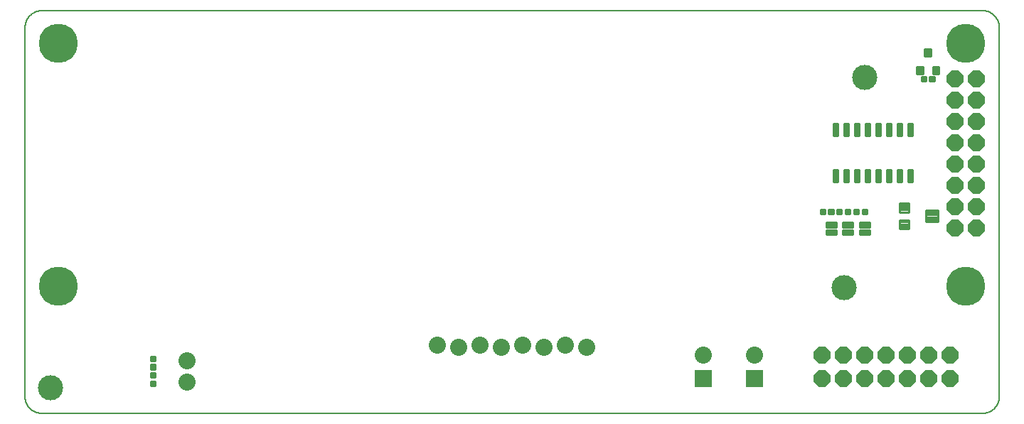
<source format=gts>
G75*
%MOIN*%
%OFA0B0*%
%FSLAX25Y25*%
%IPPOS*%
%LPD*%
%AMOC8*
5,1,8,0,0,1.08239X$1,22.5*
%
%ADD10C,0.00591*%
%ADD11C,0.01244*%
%ADD12C,0.18380*%
%ADD13OC8,0.08000*%
%ADD14C,0.08000*%
%ADD15C,0.01106*%
%ADD16C,0.01118*%
%ADD17C,0.01240*%
%ADD18C,0.01200*%
%ADD19R,0.08000X0.08000*%
%ADD20C,0.11811*%
D10*
X0009374Y0196177D02*
X0450319Y0196177D01*
X0450509Y0196179D01*
X0450699Y0196186D01*
X0450889Y0196198D01*
X0451079Y0196214D01*
X0451268Y0196234D01*
X0451457Y0196260D01*
X0451645Y0196289D01*
X0451832Y0196324D01*
X0452018Y0196363D01*
X0452203Y0196406D01*
X0452388Y0196454D01*
X0452571Y0196506D01*
X0452752Y0196562D01*
X0452932Y0196623D01*
X0453111Y0196689D01*
X0453288Y0196758D01*
X0453464Y0196832D01*
X0453637Y0196910D01*
X0453809Y0196993D01*
X0453978Y0197079D01*
X0454146Y0197169D01*
X0454311Y0197264D01*
X0454474Y0197362D01*
X0454634Y0197465D01*
X0454792Y0197571D01*
X0454947Y0197681D01*
X0455100Y0197794D01*
X0455250Y0197912D01*
X0455396Y0198033D01*
X0455540Y0198157D01*
X0455681Y0198285D01*
X0455819Y0198416D01*
X0455954Y0198551D01*
X0456085Y0198689D01*
X0456213Y0198830D01*
X0456337Y0198974D01*
X0456458Y0199120D01*
X0456576Y0199270D01*
X0456689Y0199423D01*
X0456799Y0199578D01*
X0456905Y0199736D01*
X0457008Y0199896D01*
X0457106Y0200059D01*
X0457201Y0200224D01*
X0457291Y0200392D01*
X0457377Y0200561D01*
X0457460Y0200733D01*
X0457538Y0200906D01*
X0457612Y0201082D01*
X0457681Y0201259D01*
X0457747Y0201438D01*
X0457808Y0201618D01*
X0457864Y0201799D01*
X0457916Y0201982D01*
X0457964Y0202167D01*
X0458007Y0202352D01*
X0458046Y0202538D01*
X0458081Y0202725D01*
X0458110Y0202913D01*
X0458136Y0203102D01*
X0458156Y0203291D01*
X0458172Y0203481D01*
X0458184Y0203671D01*
X0458191Y0203861D01*
X0458193Y0204051D01*
X0458193Y0377280D01*
X0458191Y0377470D01*
X0458184Y0377660D01*
X0458172Y0377850D01*
X0458156Y0378040D01*
X0458136Y0378229D01*
X0458110Y0378418D01*
X0458081Y0378606D01*
X0458046Y0378793D01*
X0458007Y0378979D01*
X0457964Y0379164D01*
X0457916Y0379349D01*
X0457864Y0379532D01*
X0457808Y0379713D01*
X0457747Y0379893D01*
X0457681Y0380072D01*
X0457612Y0380249D01*
X0457538Y0380425D01*
X0457460Y0380598D01*
X0457377Y0380770D01*
X0457291Y0380939D01*
X0457201Y0381107D01*
X0457106Y0381272D01*
X0457008Y0381435D01*
X0456905Y0381595D01*
X0456799Y0381753D01*
X0456689Y0381908D01*
X0456576Y0382061D01*
X0456458Y0382211D01*
X0456337Y0382357D01*
X0456213Y0382501D01*
X0456085Y0382642D01*
X0455954Y0382780D01*
X0455819Y0382915D01*
X0455681Y0383046D01*
X0455540Y0383174D01*
X0455396Y0383298D01*
X0455250Y0383419D01*
X0455100Y0383537D01*
X0454947Y0383650D01*
X0454792Y0383760D01*
X0454634Y0383866D01*
X0454474Y0383969D01*
X0454311Y0384067D01*
X0454146Y0384162D01*
X0453978Y0384252D01*
X0453809Y0384338D01*
X0453637Y0384421D01*
X0453464Y0384499D01*
X0453288Y0384573D01*
X0453111Y0384642D01*
X0452932Y0384708D01*
X0452752Y0384769D01*
X0452571Y0384825D01*
X0452388Y0384877D01*
X0452203Y0384925D01*
X0452018Y0384968D01*
X0451832Y0385007D01*
X0451645Y0385042D01*
X0451457Y0385071D01*
X0451268Y0385097D01*
X0451079Y0385117D01*
X0450889Y0385133D01*
X0450699Y0385145D01*
X0450509Y0385152D01*
X0450319Y0385154D01*
X0009374Y0385154D01*
X0009184Y0385152D01*
X0008994Y0385145D01*
X0008804Y0385133D01*
X0008614Y0385117D01*
X0008425Y0385097D01*
X0008236Y0385071D01*
X0008048Y0385042D01*
X0007861Y0385007D01*
X0007675Y0384968D01*
X0007490Y0384925D01*
X0007305Y0384877D01*
X0007122Y0384825D01*
X0006941Y0384769D01*
X0006761Y0384708D01*
X0006582Y0384642D01*
X0006405Y0384573D01*
X0006229Y0384499D01*
X0006056Y0384421D01*
X0005884Y0384338D01*
X0005715Y0384252D01*
X0005547Y0384162D01*
X0005382Y0384067D01*
X0005219Y0383969D01*
X0005059Y0383866D01*
X0004901Y0383760D01*
X0004746Y0383650D01*
X0004593Y0383537D01*
X0004443Y0383419D01*
X0004297Y0383298D01*
X0004153Y0383174D01*
X0004012Y0383046D01*
X0003874Y0382915D01*
X0003739Y0382780D01*
X0003608Y0382642D01*
X0003480Y0382501D01*
X0003356Y0382357D01*
X0003235Y0382211D01*
X0003117Y0382061D01*
X0003004Y0381908D01*
X0002894Y0381753D01*
X0002788Y0381595D01*
X0002685Y0381435D01*
X0002587Y0381272D01*
X0002492Y0381107D01*
X0002402Y0380939D01*
X0002316Y0380770D01*
X0002233Y0380598D01*
X0002155Y0380425D01*
X0002081Y0380249D01*
X0002012Y0380072D01*
X0001946Y0379893D01*
X0001885Y0379713D01*
X0001829Y0379532D01*
X0001777Y0379349D01*
X0001729Y0379164D01*
X0001686Y0378979D01*
X0001647Y0378793D01*
X0001612Y0378606D01*
X0001583Y0378418D01*
X0001557Y0378229D01*
X0001537Y0378040D01*
X0001521Y0377850D01*
X0001509Y0377660D01*
X0001502Y0377470D01*
X0001500Y0377280D01*
X0001500Y0204051D01*
X0001502Y0203861D01*
X0001509Y0203671D01*
X0001521Y0203481D01*
X0001537Y0203291D01*
X0001557Y0203102D01*
X0001583Y0202913D01*
X0001612Y0202725D01*
X0001647Y0202538D01*
X0001686Y0202352D01*
X0001729Y0202167D01*
X0001777Y0201982D01*
X0001829Y0201799D01*
X0001885Y0201618D01*
X0001946Y0201438D01*
X0002012Y0201259D01*
X0002081Y0201082D01*
X0002155Y0200906D01*
X0002233Y0200733D01*
X0002316Y0200561D01*
X0002402Y0200392D01*
X0002492Y0200224D01*
X0002587Y0200059D01*
X0002685Y0199896D01*
X0002788Y0199736D01*
X0002894Y0199578D01*
X0003004Y0199423D01*
X0003117Y0199270D01*
X0003235Y0199120D01*
X0003356Y0198974D01*
X0003480Y0198830D01*
X0003608Y0198689D01*
X0003739Y0198551D01*
X0003874Y0198416D01*
X0004012Y0198285D01*
X0004153Y0198157D01*
X0004297Y0198033D01*
X0004443Y0197912D01*
X0004593Y0197794D01*
X0004746Y0197681D01*
X0004901Y0197571D01*
X0005059Y0197465D01*
X0005219Y0197362D01*
X0005382Y0197264D01*
X0005547Y0197169D01*
X0005715Y0197079D01*
X0005884Y0196993D01*
X0006056Y0196910D01*
X0006229Y0196832D01*
X0006405Y0196758D01*
X0006582Y0196689D01*
X0006761Y0196623D01*
X0006941Y0196562D01*
X0007122Y0196506D01*
X0007305Y0196454D01*
X0007490Y0196406D01*
X0007675Y0196363D01*
X0007861Y0196324D01*
X0008048Y0196289D01*
X0008236Y0196260D01*
X0008425Y0196234D01*
X0008614Y0196214D01*
X0008804Y0196198D01*
X0008994Y0196186D01*
X0009184Y0196179D01*
X0009374Y0196177D01*
D11*
X0062398Y0209098D02*
X0062398Y0210816D01*
X0062398Y0209098D02*
X0060680Y0209098D01*
X0060680Y0210816D01*
X0062398Y0210816D01*
X0062398Y0210341D02*
X0060680Y0210341D01*
X0062398Y0213035D02*
X0062398Y0214753D01*
X0062398Y0213035D02*
X0060680Y0213035D01*
X0060680Y0214753D01*
X0062398Y0214753D01*
X0062398Y0214278D02*
X0060680Y0214278D01*
X0062398Y0216972D02*
X0062398Y0218690D01*
X0062398Y0216972D02*
X0060680Y0216972D01*
X0060680Y0218690D01*
X0062398Y0218690D01*
X0062398Y0218215D02*
X0060680Y0218215D01*
X0062398Y0220909D02*
X0062398Y0222627D01*
X0062398Y0220909D02*
X0060680Y0220909D01*
X0060680Y0222627D01*
X0062398Y0222627D01*
X0062398Y0222152D02*
X0060680Y0222152D01*
X0374657Y0291524D02*
X0376375Y0291524D01*
X0376375Y0289806D01*
X0374657Y0289806D01*
X0374657Y0291524D01*
X0374657Y0291049D02*
X0376375Y0291049D01*
X0378594Y0291524D02*
X0380312Y0291524D01*
X0380312Y0289806D01*
X0378594Y0289806D01*
X0378594Y0291524D01*
X0378594Y0291049D02*
X0380312Y0291049D01*
X0382531Y0291524D02*
X0384249Y0291524D01*
X0384249Y0289806D01*
X0382531Y0289806D01*
X0382531Y0291524D01*
X0382531Y0291049D02*
X0384249Y0291049D01*
X0386468Y0291524D02*
X0388186Y0291524D01*
X0388186Y0289806D01*
X0386468Y0289806D01*
X0386468Y0291524D01*
X0386468Y0291049D02*
X0388186Y0291049D01*
X0390405Y0291524D02*
X0392123Y0291524D01*
X0392123Y0289806D01*
X0390405Y0289806D01*
X0390405Y0291524D01*
X0390405Y0291049D02*
X0392123Y0291049D01*
X0394342Y0291524D02*
X0396060Y0291524D01*
X0396060Y0289806D01*
X0394342Y0289806D01*
X0394342Y0291524D01*
X0394342Y0291049D02*
X0396060Y0291049D01*
X0395779Y0304767D02*
X0397497Y0304767D01*
X0395779Y0304767D02*
X0395779Y0310029D01*
X0397497Y0310029D01*
X0397497Y0304767D01*
X0397497Y0306010D02*
X0395779Y0306010D01*
X0395779Y0307253D02*
X0397497Y0307253D01*
X0397497Y0308496D02*
X0395779Y0308496D01*
X0395779Y0309739D02*
X0397497Y0309739D01*
X0400779Y0304767D02*
X0402497Y0304767D01*
X0400779Y0304767D02*
X0400779Y0310029D01*
X0402497Y0310029D01*
X0402497Y0304767D01*
X0402497Y0306010D02*
X0400779Y0306010D01*
X0400779Y0307253D02*
X0402497Y0307253D01*
X0402497Y0308496D02*
X0400779Y0308496D01*
X0400779Y0309739D02*
X0402497Y0309739D01*
X0405779Y0304767D02*
X0407497Y0304767D01*
X0405779Y0304767D02*
X0405779Y0310029D01*
X0407497Y0310029D01*
X0407497Y0304767D01*
X0407497Y0306010D02*
X0405779Y0306010D01*
X0405779Y0307253D02*
X0407497Y0307253D01*
X0407497Y0308496D02*
X0405779Y0308496D01*
X0405779Y0309739D02*
X0407497Y0309739D01*
X0410779Y0304767D02*
X0412497Y0304767D01*
X0410779Y0304767D02*
X0410779Y0310029D01*
X0412497Y0310029D01*
X0412497Y0304767D01*
X0412497Y0306010D02*
X0410779Y0306010D01*
X0410779Y0307253D02*
X0412497Y0307253D01*
X0412497Y0308496D02*
X0410779Y0308496D01*
X0410779Y0309739D02*
X0412497Y0309739D01*
X0415779Y0304767D02*
X0417497Y0304767D01*
X0415779Y0304767D02*
X0415779Y0310029D01*
X0417497Y0310029D01*
X0417497Y0304767D01*
X0417497Y0306010D02*
X0415779Y0306010D01*
X0415779Y0307253D02*
X0417497Y0307253D01*
X0417497Y0308496D02*
X0415779Y0308496D01*
X0415779Y0309739D02*
X0417497Y0309739D01*
X0417497Y0326420D02*
X0415779Y0326420D01*
X0415779Y0331682D01*
X0417497Y0331682D01*
X0417497Y0326420D01*
X0417497Y0327663D02*
X0415779Y0327663D01*
X0415779Y0328906D02*
X0417497Y0328906D01*
X0417497Y0330149D02*
X0415779Y0330149D01*
X0415779Y0331392D02*
X0417497Y0331392D01*
X0412497Y0326420D02*
X0410779Y0326420D01*
X0410779Y0331682D01*
X0412497Y0331682D01*
X0412497Y0326420D01*
X0412497Y0327663D02*
X0410779Y0327663D01*
X0410779Y0328906D02*
X0412497Y0328906D01*
X0412497Y0330149D02*
X0410779Y0330149D01*
X0410779Y0331392D02*
X0412497Y0331392D01*
X0407497Y0326420D02*
X0405779Y0326420D01*
X0405779Y0331682D01*
X0407497Y0331682D01*
X0407497Y0326420D01*
X0407497Y0327663D02*
X0405779Y0327663D01*
X0405779Y0328906D02*
X0407497Y0328906D01*
X0407497Y0330149D02*
X0405779Y0330149D01*
X0405779Y0331392D02*
X0407497Y0331392D01*
X0402497Y0326420D02*
X0400779Y0326420D01*
X0400779Y0331682D01*
X0402497Y0331682D01*
X0402497Y0326420D01*
X0402497Y0327663D02*
X0400779Y0327663D01*
X0400779Y0328906D02*
X0402497Y0328906D01*
X0402497Y0330149D02*
X0400779Y0330149D01*
X0400779Y0331392D02*
X0402497Y0331392D01*
X0397497Y0326420D02*
X0395779Y0326420D01*
X0395779Y0331682D01*
X0397497Y0331682D01*
X0397497Y0326420D01*
X0397497Y0327663D02*
X0395779Y0327663D01*
X0395779Y0328906D02*
X0397497Y0328906D01*
X0397497Y0330149D02*
X0395779Y0330149D01*
X0395779Y0331392D02*
X0397497Y0331392D01*
X0392497Y0326420D02*
X0390779Y0326420D01*
X0390779Y0331682D01*
X0392497Y0331682D01*
X0392497Y0326420D01*
X0392497Y0327663D02*
X0390779Y0327663D01*
X0390779Y0328906D02*
X0392497Y0328906D01*
X0392497Y0330149D02*
X0390779Y0330149D01*
X0390779Y0331392D02*
X0392497Y0331392D01*
X0387497Y0326420D02*
X0385779Y0326420D01*
X0385779Y0331682D01*
X0387497Y0331682D01*
X0387497Y0326420D01*
X0387497Y0327663D02*
X0385779Y0327663D01*
X0385779Y0328906D02*
X0387497Y0328906D01*
X0387497Y0330149D02*
X0385779Y0330149D01*
X0385779Y0331392D02*
X0387497Y0331392D01*
X0382497Y0326420D02*
X0380779Y0326420D01*
X0380779Y0331682D01*
X0382497Y0331682D01*
X0382497Y0326420D01*
X0382497Y0327663D02*
X0380779Y0327663D01*
X0380779Y0328906D02*
X0382497Y0328906D01*
X0382497Y0330149D02*
X0380779Y0330149D01*
X0380779Y0331392D02*
X0382497Y0331392D01*
X0382497Y0304767D02*
X0380779Y0304767D01*
X0380779Y0310029D01*
X0382497Y0310029D01*
X0382497Y0304767D01*
X0382497Y0306010D02*
X0380779Y0306010D01*
X0380779Y0307253D02*
X0382497Y0307253D01*
X0382497Y0308496D02*
X0380779Y0308496D01*
X0380779Y0309739D02*
X0382497Y0309739D01*
X0385779Y0304767D02*
X0387497Y0304767D01*
X0385779Y0304767D02*
X0385779Y0310029D01*
X0387497Y0310029D01*
X0387497Y0304767D01*
X0387497Y0306010D02*
X0385779Y0306010D01*
X0385779Y0307253D02*
X0387497Y0307253D01*
X0387497Y0308496D02*
X0385779Y0308496D01*
X0385779Y0309739D02*
X0387497Y0309739D01*
X0390779Y0304767D02*
X0392497Y0304767D01*
X0390779Y0304767D02*
X0390779Y0310029D01*
X0392497Y0310029D01*
X0392497Y0304767D01*
X0392497Y0306010D02*
X0390779Y0306010D01*
X0390779Y0307253D02*
X0392497Y0307253D01*
X0392497Y0308496D02*
X0390779Y0308496D01*
X0390779Y0309739D02*
X0392497Y0309739D01*
X0421995Y0352184D02*
X0423713Y0352184D01*
X0421995Y0352184D02*
X0421995Y0353902D01*
X0423713Y0353902D01*
X0423713Y0352184D01*
X0423713Y0353427D02*
X0421995Y0353427D01*
X0425932Y0352184D02*
X0427650Y0352184D01*
X0425932Y0352184D02*
X0425932Y0353902D01*
X0427650Y0353902D01*
X0427650Y0352184D01*
X0427650Y0353427D02*
X0425932Y0353427D01*
D12*
X0442445Y0369839D03*
X0442445Y0255665D03*
X0017248Y0255665D03*
X0017248Y0369839D03*
D13*
X0375043Y0223331D03*
X0385043Y0223331D03*
X0395043Y0223331D03*
X0405043Y0223331D03*
X0415043Y0223331D03*
X0425043Y0223331D03*
X0435043Y0223331D03*
X0435043Y0212331D03*
X0425043Y0212331D03*
X0415043Y0212331D03*
X0405043Y0212331D03*
X0395043Y0212331D03*
X0385043Y0212331D03*
X0375043Y0212331D03*
X0437445Y0283224D03*
X0447445Y0283224D03*
X0447445Y0293224D03*
X0437445Y0293224D03*
X0437445Y0303224D03*
X0447445Y0303224D03*
X0447445Y0313224D03*
X0437445Y0313224D03*
X0437445Y0323224D03*
X0447445Y0323224D03*
X0447445Y0333224D03*
X0437445Y0333224D03*
X0437445Y0343224D03*
X0447445Y0343224D03*
X0447445Y0353224D03*
X0437445Y0353224D03*
D14*
X0343272Y0223331D03*
X0319492Y0223331D03*
X0264846Y0227173D03*
X0254846Y0228173D03*
X0244846Y0227173D03*
X0234846Y0228173D03*
X0224846Y0227173D03*
X0214846Y0228173D03*
X0204846Y0227173D03*
X0194846Y0228173D03*
X0077287Y0220862D03*
X0077287Y0210862D03*
D15*
X0423801Y0285997D02*
X0423801Y0291397D01*
X0429593Y0291397D01*
X0429593Y0285997D01*
X0423801Y0285997D01*
X0423801Y0287102D02*
X0429593Y0287102D01*
X0429593Y0288207D02*
X0423801Y0288207D01*
X0423801Y0289312D02*
X0429593Y0289312D01*
X0429593Y0290417D02*
X0423801Y0290417D01*
D16*
X0411503Y0290531D02*
X0411503Y0294737D01*
X0415709Y0294737D01*
X0415709Y0290531D01*
X0411503Y0290531D01*
X0411503Y0291648D02*
X0415709Y0291648D01*
X0415709Y0292765D02*
X0411503Y0292765D01*
X0411503Y0293882D02*
X0415709Y0293882D01*
X0411503Y0286863D02*
X0411503Y0282657D01*
X0411503Y0286863D02*
X0415709Y0286863D01*
X0415709Y0282657D01*
X0411503Y0282657D01*
X0411503Y0283774D02*
X0415709Y0283774D01*
X0415709Y0284891D02*
X0411503Y0284891D01*
X0411503Y0286008D02*
X0415709Y0286008D01*
D17*
X0397381Y0285493D02*
X0397381Y0283633D01*
X0393021Y0283633D01*
X0393021Y0285493D01*
X0397381Y0285493D01*
X0397381Y0284872D02*
X0393021Y0284872D01*
X0397381Y0281950D02*
X0397381Y0280090D01*
X0393021Y0280090D01*
X0393021Y0281950D01*
X0397381Y0281950D01*
X0397381Y0281329D02*
X0393021Y0281329D01*
X0389507Y0281950D02*
X0389507Y0280090D01*
X0385147Y0280090D01*
X0385147Y0281950D01*
X0389507Y0281950D01*
X0389507Y0281329D02*
X0385147Y0281329D01*
X0389507Y0283633D02*
X0389507Y0285493D01*
X0389507Y0283633D02*
X0385147Y0283633D01*
X0385147Y0285493D01*
X0389507Y0285493D01*
X0389507Y0284872D02*
X0385147Y0284872D01*
X0381633Y0285493D02*
X0381633Y0283633D01*
X0377273Y0283633D01*
X0377273Y0285493D01*
X0381633Y0285493D01*
X0381633Y0284872D02*
X0377273Y0284872D01*
X0381633Y0281950D02*
X0381633Y0280090D01*
X0377273Y0280090D01*
X0377273Y0281950D01*
X0381633Y0281950D01*
X0381633Y0281329D02*
X0377273Y0281329D01*
D18*
X0419808Y0355509D02*
X0422358Y0355509D01*
X0419808Y0355509D02*
X0419808Y0358451D01*
X0422358Y0358451D01*
X0422358Y0355509D01*
X0422358Y0356708D02*
X0419808Y0356708D01*
X0419808Y0357907D02*
X0422358Y0357907D01*
X0427288Y0355509D02*
X0429838Y0355509D01*
X0427288Y0355509D02*
X0427288Y0358451D01*
X0429838Y0358451D01*
X0429838Y0355509D01*
X0429838Y0356708D02*
X0427288Y0356708D01*
X0427288Y0357907D02*
X0429838Y0357907D01*
X0426098Y0363777D02*
X0423548Y0363777D01*
X0423548Y0366719D01*
X0426098Y0366719D01*
X0426098Y0363777D01*
X0426098Y0364976D02*
X0423548Y0364976D01*
X0423548Y0366175D02*
X0426098Y0366175D01*
D19*
X0343272Y0212331D03*
X0319492Y0212331D03*
D20*
X0385358Y0255232D03*
X0395201Y0353657D03*
X0013311Y0207988D03*
M02*

</source>
